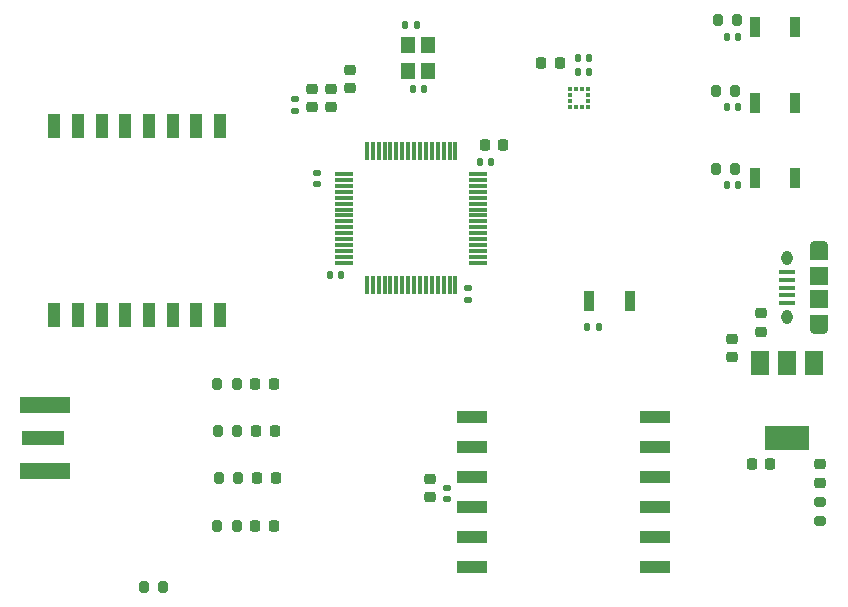
<source format=gbr>
%TF.GenerationSoftware,KiCad,Pcbnew,(6.0.6)*%
%TF.CreationDate,2022-08-06T17:38:51+02:00*%
%TF.ProjectId,STM32L053Breakout,53544d33-324c-4303-9533-427265616b6f,rev?*%
%TF.SameCoordinates,Original*%
%TF.FileFunction,Paste,Top*%
%TF.FilePolarity,Positive*%
%FSLAX46Y46*%
G04 Gerber Fmt 4.6, Leading zero omitted, Abs format (unit mm)*
G04 Created by KiCad (PCBNEW (6.0.6)) date 2022-08-06 17:38:51*
%MOMM*%
%LPD*%
G01*
G04 APERTURE LIST*
G04 Aperture macros list*
%AMRoundRect*
0 Rectangle with rounded corners*
0 $1 Rounding radius*
0 $2 $3 $4 $5 $6 $7 $8 $9 X,Y pos of 4 corners*
0 Add a 4 corners polygon primitive as box body*
4,1,4,$2,$3,$4,$5,$6,$7,$8,$9,$2,$3,0*
0 Add four circle primitives for the rounded corners*
1,1,$1+$1,$2,$3*
1,1,$1+$1,$4,$5*
1,1,$1+$1,$6,$7*
1,1,$1+$1,$8,$9*
0 Add four rect primitives between the rounded corners*
20,1,$1+$1,$2,$3,$4,$5,0*
20,1,$1+$1,$4,$5,$6,$7,0*
20,1,$1+$1,$6,$7,$8,$9,0*
20,1,$1+$1,$8,$9,$2,$3,0*%
G04 Aperture macros list end*
%ADD10RoundRect,0.140000X-0.140000X-0.170000X0.140000X-0.170000X0.140000X0.170000X-0.140000X0.170000X0*%
%ADD11RoundRect,0.225000X-0.250000X0.225000X-0.250000X-0.225000X0.250000X-0.225000X0.250000X0.225000X0*%
%ADD12R,1.200000X1.400000*%
%ADD13RoundRect,0.225000X0.225000X0.250000X-0.225000X0.250000X-0.225000X-0.250000X0.225000X-0.250000X0*%
%ADD14R,0.900000X1.700000*%
%ADD15RoundRect,0.140000X-0.170000X0.140000X-0.170000X-0.140000X0.170000X-0.140000X0.170000X0.140000X0*%
%ADD16RoundRect,0.218750X0.256250X-0.218750X0.256250X0.218750X-0.256250X0.218750X-0.256250X-0.218750X0*%
%ADD17RoundRect,0.200000X0.200000X0.275000X-0.200000X0.275000X-0.200000X-0.275000X0.200000X-0.275000X0*%
%ADD18RoundRect,0.140000X0.140000X0.170000X-0.140000X0.170000X-0.140000X-0.170000X0.140000X-0.170000X0*%
%ADD19R,0.350000X0.375000*%
%ADD20R,0.375000X0.350000*%
%ADD21RoundRect,0.225000X-0.225000X-0.250000X0.225000X-0.250000X0.225000X0.250000X-0.225000X0.250000X0*%
%ADD22RoundRect,0.200000X-0.200000X-0.275000X0.200000X-0.275000X0.200000X0.275000X-0.200000X0.275000X0*%
%ADD23R,2.500000X1.000000*%
%ADD24RoundRect,0.200000X-0.275000X0.200000X-0.275000X-0.200000X0.275000X-0.200000X0.275000X0.200000X0*%
%ADD25RoundRect,0.225000X0.250000X-0.225000X0.250000X0.225000X-0.250000X0.225000X-0.250000X-0.225000X0*%
%ADD26R,3.600000X1.270000*%
%ADD27R,4.200000X1.350000*%
%ADD28RoundRect,0.218750X-0.256250X0.218750X-0.256250X-0.218750X0.256250X-0.218750X0.256250X0.218750X0*%
%ADD29RoundRect,0.218750X-0.218750X-0.256250X0.218750X-0.256250X0.218750X0.256250X-0.218750X0.256250X0*%
%ADD30O,1.550000X0.890000*%
%ADD31O,0.950000X1.250000*%
%ADD32R,1.350000X0.400000*%
%ADD33R,1.550000X1.200000*%
%ADD34R,1.550000X1.500000*%
%ADD35R,1.500000X2.000000*%
%ADD36R,3.800000X2.000000*%
%ADD37RoundRect,0.140000X0.170000X-0.140000X0.170000X0.140000X-0.170000X0.140000X-0.170000X-0.140000X0*%
%ADD38RoundRect,0.075000X-0.075000X0.700000X-0.075000X-0.700000X0.075000X-0.700000X0.075000X0.700000X0*%
%ADD39RoundRect,0.075000X-0.700000X0.075000X-0.700000X-0.075000X0.700000X-0.075000X0.700000X0.075000X0*%
%ADD40R,1.000000X2.000000*%
G04 APERTURE END LIST*
D10*
%TO.C,C701*%
X133320000Y-81800000D03*
X134280000Y-81800000D03*
%TD*%
D11*
%TO.C,C100*%
X146400000Y-104425000D03*
X146400000Y-105975000D03*
%TD*%
D12*
%TO.C,Y500*%
X120650000Y-81700000D03*
X120650000Y-79500000D03*
X118950000Y-79500000D03*
X118950000Y-81700000D03*
%TD*%
D13*
%TO.C,C101*%
X149575000Y-115000000D03*
X148025000Y-115000000D03*
%TD*%
D14*
%TO.C,SW400*%
X148300000Y-90800000D03*
X151700000Y-90800000D03*
%TD*%
D15*
%TO.C,C201*%
X124000000Y-100120000D03*
X124000000Y-101080000D03*
%TD*%
D16*
%TO.C,D100*%
X153800000Y-116587500D03*
X153800000Y-115012500D03*
%TD*%
D14*
%TO.C,SW401*%
X148300000Y-84400000D03*
X151700000Y-84400000D03*
%TD*%
D17*
%TO.C,R402*%
X104575000Y-116200000D03*
X102925000Y-116200000D03*
%TD*%
D18*
%TO.C,C402*%
X146880000Y-78800000D03*
X145920000Y-78800000D03*
%TD*%
D19*
%TO.C,U700*%
X132650000Y-84762500D03*
X133150000Y-84762500D03*
X133650000Y-84762500D03*
X134150000Y-84762500D03*
D20*
X134162500Y-84250000D03*
X134162500Y-83750000D03*
D19*
X134150000Y-83237500D03*
X133650000Y-83237500D03*
X133150000Y-83237500D03*
X132650000Y-83237500D03*
D20*
X132637500Y-83750000D03*
X132637500Y-84250000D03*
%TD*%
D21*
%TO.C,C700*%
X130225000Y-81000000D03*
X131775000Y-81000000D03*
%TD*%
D10*
%TO.C,C702*%
X133320000Y-80600000D03*
X134280000Y-80600000D03*
%TD*%
D17*
%TO.C,R401*%
X104475000Y-112200000D03*
X102825000Y-112200000D03*
%TD*%
D22*
%TO.C,R500*%
X96575000Y-125400000D03*
X98225000Y-125400000D03*
%TD*%
D23*
%TO.C,U800*%
X124330000Y-110990000D03*
X124330000Y-113530000D03*
X124330000Y-116070000D03*
X124330000Y-118610000D03*
X124330000Y-121150000D03*
X124330000Y-123690000D03*
X139830000Y-123690000D03*
X139830000Y-121150000D03*
X139830000Y-118610000D03*
X139830000Y-116070000D03*
X139830000Y-113530000D03*
X139830000Y-110990000D03*
%TD*%
D24*
%TO.C,R100*%
X153800000Y-118175000D03*
X153800000Y-119825000D03*
%TD*%
D25*
%TO.C,C206*%
X110800000Y-84775000D03*
X110800000Y-83225000D03*
%TD*%
D17*
%TO.C,R400*%
X104425000Y-108200000D03*
X102775000Y-108200000D03*
%TD*%
D25*
%TO.C,C205*%
X114000000Y-83175000D03*
X114000000Y-81625000D03*
%TD*%
D18*
%TO.C,C501*%
X120280000Y-83200000D03*
X119320000Y-83200000D03*
%TD*%
%TO.C,C400*%
X146880000Y-91400000D03*
X145920000Y-91400000D03*
%TD*%
D26*
%TO.C,J600*%
X88000000Y-112800000D03*
D27*
X88200000Y-115625000D03*
X88200000Y-109975000D03*
%TD*%
D28*
%TO.C,FB200*%
X112400000Y-83212500D03*
X112400000Y-84787500D03*
%TD*%
D29*
%TO.C,D402*%
X106150000Y-116200000D03*
X107725000Y-116200000D03*
%TD*%
D22*
%TO.C,R404*%
X144975000Y-90000000D03*
X146625000Y-90000000D03*
%TD*%
D29*
%TO.C,D400*%
X106012500Y-108200000D03*
X107587500Y-108200000D03*
%TD*%
D17*
%TO.C,R403*%
X104425000Y-120200000D03*
X102775000Y-120200000D03*
%TD*%
D18*
%TO.C,C204*%
X113280000Y-99000000D03*
X112320000Y-99000000D03*
%TD*%
D14*
%TO.C,SW402*%
X148300000Y-78000000D03*
X151700000Y-78000000D03*
%TD*%
D30*
%TO.C,J100*%
X153700000Y-103560000D03*
X153700000Y-96560000D03*
D31*
X151000000Y-102560000D03*
X151000000Y-97560000D03*
D32*
X151000000Y-101360000D03*
X151000000Y-100710000D03*
X151000000Y-100060000D03*
X151000000Y-99410000D03*
X151000000Y-98760000D03*
D33*
X153700000Y-102960000D03*
X153700000Y-97160000D03*
D34*
X153700000Y-99060000D03*
X153700000Y-101060000D03*
%TD*%
D35*
%TO.C,U100*%
X153300000Y-106450000D03*
X151000000Y-106450000D03*
D36*
X151000000Y-112750000D03*
D35*
X148700000Y-106450000D03*
%TD*%
D37*
%TO.C,C203*%
X111200000Y-91280000D03*
X111200000Y-90320000D03*
%TD*%
D28*
%TO.C,FB100*%
X148800000Y-102212500D03*
X148800000Y-103787500D03*
%TD*%
D38*
%TO.C,U500*%
X122950000Y-88525000D03*
X122450000Y-88525000D03*
X121950000Y-88525000D03*
X121450000Y-88525000D03*
X120950000Y-88525000D03*
X120450000Y-88525000D03*
X119950000Y-88525000D03*
X119450000Y-88525000D03*
X118950000Y-88525000D03*
X118450000Y-88525000D03*
X117950000Y-88525000D03*
X117450000Y-88525000D03*
X116950000Y-88525000D03*
X116450000Y-88525000D03*
X115950000Y-88525000D03*
X115450000Y-88525000D03*
D39*
X113525000Y-90450000D03*
X113525000Y-90950000D03*
X113525000Y-91450000D03*
X113525000Y-91950000D03*
X113525000Y-92450000D03*
X113525000Y-92950000D03*
X113525000Y-93450000D03*
X113525000Y-93950000D03*
X113525000Y-94450000D03*
X113525000Y-94950000D03*
X113525000Y-95450000D03*
X113525000Y-95950000D03*
X113525000Y-96450000D03*
X113525000Y-96950000D03*
X113525000Y-97450000D03*
X113525000Y-97950000D03*
D38*
X115450000Y-99875000D03*
X115950000Y-99875000D03*
X116450000Y-99875000D03*
X116950000Y-99875000D03*
X117450000Y-99875000D03*
X117950000Y-99875000D03*
X118450000Y-99875000D03*
X118950000Y-99875000D03*
X119450000Y-99875000D03*
X119950000Y-99875000D03*
X120450000Y-99875000D03*
X120950000Y-99875000D03*
X121450000Y-99875000D03*
X121950000Y-99875000D03*
X122450000Y-99875000D03*
X122950000Y-99875000D03*
D39*
X124875000Y-97950000D03*
X124875000Y-97450000D03*
X124875000Y-96950000D03*
X124875000Y-96450000D03*
X124875000Y-95950000D03*
X124875000Y-95450000D03*
X124875000Y-94950000D03*
X124875000Y-94450000D03*
X124875000Y-93950000D03*
X124875000Y-93450000D03*
X124875000Y-92950000D03*
X124875000Y-92450000D03*
X124875000Y-91950000D03*
X124875000Y-91450000D03*
X124875000Y-90950000D03*
X124875000Y-90450000D03*
%TD*%
D10*
%TO.C,C500*%
X134120000Y-103400000D03*
X135080000Y-103400000D03*
%TD*%
D22*
%TO.C,R405*%
X144975000Y-83400000D03*
X146625000Y-83400000D03*
%TD*%
D29*
%TO.C,D403*%
X106012500Y-120200000D03*
X107587500Y-120200000D03*
%TD*%
D14*
%TO.C,SW500*%
X134300000Y-101200000D03*
X137700000Y-101200000D03*
%TD*%
D25*
%TO.C,C800*%
X120800000Y-117775000D03*
X120800000Y-116225000D03*
%TD*%
D22*
%TO.C,R406*%
X145175000Y-77400000D03*
X146825000Y-77400000D03*
%TD*%
D18*
%TO.C,C401*%
X146880000Y-84800000D03*
X145920000Y-84800000D03*
%TD*%
D40*
%TO.C,U600*%
X103000000Y-86400000D03*
X101000000Y-86400000D03*
X99000000Y-86400000D03*
X97000000Y-86400000D03*
X95000000Y-86400000D03*
X93000000Y-86400000D03*
X91000000Y-86400000D03*
X89000000Y-86400000D03*
X89000000Y-102400000D03*
X91000000Y-102400000D03*
X93000000Y-102400000D03*
X95000000Y-102400000D03*
X97000000Y-102400000D03*
X99000000Y-102400000D03*
X101000000Y-102400000D03*
X103000000Y-102400000D03*
%TD*%
D21*
%TO.C,C200*%
X125425000Y-88000000D03*
X126975000Y-88000000D03*
%TD*%
D29*
%TO.C,D401*%
X106062500Y-112200000D03*
X107637500Y-112200000D03*
%TD*%
D37*
%TO.C,C207*%
X109400000Y-85080000D03*
X109400000Y-84120000D03*
%TD*%
%TO.C,C801*%
X122200000Y-117960000D03*
X122200000Y-117000000D03*
%TD*%
D10*
%TO.C,C502*%
X118720000Y-77800000D03*
X119680000Y-77800000D03*
%TD*%
%TO.C,C202*%
X125000000Y-89400000D03*
X125960000Y-89400000D03*
%TD*%
M02*

</source>
